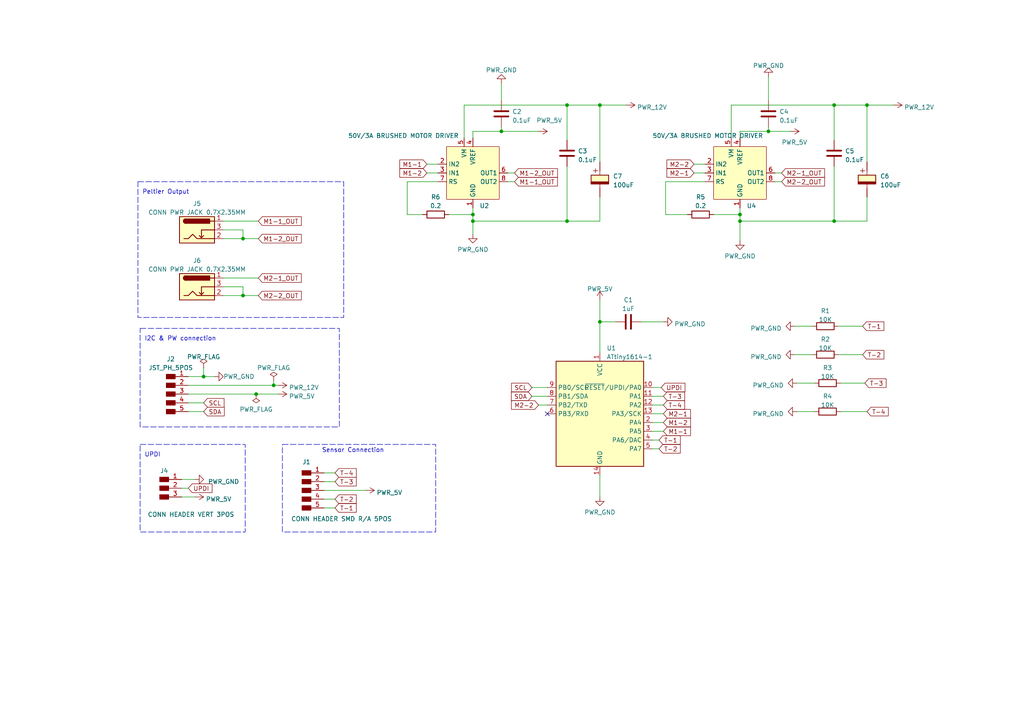
<source format=kicad_sch>
(kicad_sch (version 20230121) (generator eeschema)
  (paper "A4")
  (lib_symbols
    (symbol "Device:C" (pin_numbers hide) (pin_names (offset 0.254))
      (property "Reference" "C" (at 0.635 2.54 0))
      (property "Value" "C" (at 0.635 -2.54 0))
      (symbol "C_0_1"
        (polyline (pts (xy -2.032 -0.762) (xy 2.032 -0.762)) (stroke (width 0.508)))
        (polyline (pts (xy -2.032 0.762) (xy 2.032 0.762)) (stroke (width 0.508)))
      )
      (symbol "C_1_1"
        (pin passive line (at 0 3.81 270) (length 2.794) (name "~") (number "1"))
        (pin passive line (at 0 -3.81 90) (length 2.794) (name "~") (number "2"))
      )
    )
    (symbol "Device:R" (pin_numbers hide) (pin_names (offset 0))
      (property "Reference" "R" (at 2.032 0 90))
      (property "Value" "R" (at 0 0 90))
      (symbol "R_0_1"
        (rectangle (start -1.016 -2.54) (end 1.016 2.54) (stroke (width 0.254)))
      )
      (symbol "R_1_1"
        (pin passive line (at 0 3.81 270) (length 1.27) (name "~") (number "1"))
        (pin passive line (at 0 -3.81 90) (length 1.27) (name "~") (number "2"))
      )
    )
    (symbol "fab:CP_Elec_D6.3mm_H6.1mm" (pin_numbers hide)
      (property "Reference" "C" (at 1.27 2.54 0))
      (property "Value" "CP_Elec_D6.3mm_H6.1mm" (at 1.27 -2.54 0))
      (symbol "CP_Elec_D6.3mm_H6.1mm_0_1"
        (rectangle (start -2.54 -0.635) (end 2.54 -1.27) (fill (type outline)))
        (polyline (pts (xy -1.27 1.905) (xy -1.27 3.175)))
        (polyline (pts (xy -0.635 2.54) (xy -1.905 2.54)))
        (polyline (pts (xy 0 -1.27) (xy 0 -2.54)))
        (polyline (pts (xy 0 2.54) (xy 0 1.27)))
        (polyline (pts (xy -2.54 -1.27) (xy -2.54 1.27) (xy 2.54 1.27) (xy 2.54 -1.27) (xy -2.54 -1.27)) (stroke (width 0.254)) (fill (type background)))
      )
      (symbol "CP_Elec_D6.3mm_H6.1mm_1_1"
        (pin passive line (at 0 5.08 270) (length 2.54) (name "~") (number "1"))
        (pin passive line (at 0 -5.08 90) (length 2.54) (name "~") (number "2"))
      )
    )
    (symbol "fab:Conn_PWRJack_0.7x2.35mm_CUIDevices_PJ1-023-SMT-TR" (pin_names hide)
      (property "Reference" "J" (at 0 5.334 0))
      (property "Value" "Conn_PWRJack_0.7x2.35mm_CUIDevices_PJ1-023-SMT-TR" (at 0 -5.08 0))
      (symbol "Conn_PWRJack_0.7x2.35mm_CUIDevices_PJ1-023-SMT-TR_0_1"
        (rectangle (start -5.08 3.81) (end 5.08 -3.81) (stroke (width 0.254)) (fill (type background)))
        (arc (start -3.302 3.175) (mid -3.9343 2.54) (end -3.302 1.905) (stroke (width 0.254)))
        (arc (start -3.302 3.175) (mid -3.9343 2.54) (end -3.302 1.905) (stroke (width 0.254)) (fill (type outline)))
        (polyline (pts (xy 1.27 -2.286) (xy 1.905 -1.651)) (stroke (width 0.254)))
        (polyline (pts (xy 5.08 2.54) (xy 3.81 2.54)) (stroke (width 0.254)))
        (polyline (pts (xy 5.08 0) (xy 1.27 0) (xy 1.27 -2.286) (xy 0.635 -1.651)) (stroke (width 0.254)))
        (polyline (pts (xy -3.81 -2.54) (xy -2.54 -2.54) (xy -1.27 -1.27) (xy 0 -2.54) (xy 2.54 -2.54) (xy 5.08 -2.54)) (stroke (width 0.254)))
        (rectangle (start 3.683 3.175) (end -3.302 1.905) (stroke (width 0.254)) (fill (type outline)))
      )
      (symbol "Conn_PWRJack_0.7x2.35mm_CUIDevices_PJ1-023-SMT-TR_1_1"
        (pin passive line (at 7.62 2.54 180) (length 2.54) (name "~") (number "1"))
        (pin passive line (at 7.62 -2.54 180) (length 2.54) (name "~") (number "2"))
        (pin passive line (at 7.62 0 180) (length 2.54) (name "~") (number "3"))
      )
    )
    (symbol "fab:Conn_PinHeader_1x03_P2.54mm_Vertical_THT_D1.4mm" (pin_names hide)
      (property "Reference" "J" (at 0 5.08 0))
      (property "Value" "Conn_PinHeader_1x03_P2.54mm_Vertical_THT_D1.4mm" (at 0 -5.08 0))
      (symbol "Conn_PinHeader_1x03_P2.54mm_Vertical_THT_D1.4mm_1_1"
        (rectangle (start -1.27 -1.905) (end 1.27 -3.175) (stroke (width 0.254)) (fill (type outline)))
        (rectangle (start -1.27 0.635) (end 1.27 -0.635) (stroke (width 0.254)) (fill (type outline)))
        (rectangle (start -1.27 3.175) (end 1.27 1.905) (stroke (width 0.254)) (fill (type outline)))
        (pin passive line (at 5.08 2.54 180) (length 3.81) (name "Pin_1") (number "1"))
        (pin passive line (at 5.08 0 180) (length 3.81) (name "Pin_2") (number "2"))
        (pin passive line (at 5.08 -2.54 180) (length 3.81) (name "Pin_3") (number "3"))
      )
    )
    (symbol "fab:Conn_PinHeader_1x05_P2.54mm_Horizontal_SMD" (pin_names hide)
      (property "Reference" "J" (at 0 7.62 0))
      (property "Value" "Conn_PinHeader_1x05_P2.54mm_Horizontal_SMD" (at 0 -7.62 0))
      (symbol "Conn_PinHeader_1x05_P2.54mm_Horizontal_SMD_1_1"
        (rectangle (start -1.27 -4.445) (end 1.27 -5.715) (stroke (width 0.254)) (fill (type outline)))
        (rectangle (start -1.27 -1.905) (end 1.27 -3.175) (stroke (width 0.254)) (fill (type outline)))
        (rectangle (start -1.27 0.635) (end 1.27 -0.635) (stroke (width 0.254)) (fill (type outline)))
        (rectangle (start -1.27 3.175) (end 1.27 1.905) (stroke (width 0.254)) (fill (type outline)))
        (rectangle (start -1.27 5.715) (end 1.27 4.445) (stroke (width 0.254)) (fill (type outline)))
        (pin passive line (at 5.08 5.08 180) (length 3.81) (name "Pin_1") (number "1"))
        (pin passive line (at 5.08 2.54 180) (length 3.81) (name "Pin_2") (number "2"))
        (pin passive line (at 5.08 0 180) (length 3.81) (name "Pin_3") (number "3"))
        (pin passive line (at 5.08 -2.54 180) (length 3.81) (name "Pin_4") (number "4"))
        (pin passive line (at 5.08 -5.08 180) (length 3.81) (name "Pin_5") (number "5"))
      )
    )
    (symbol "fab:Microcontroller_ATtiny1614-SSFR"
      (property "Reference" "U" (at -12.7 17.78 0))
      (property "Value" "Microcontroller_ATtiny1614-SSFR" (at 7.62 17.78 0))
      (symbol "Microcontroller_ATtiny1614-SSFR_0_1"
        (rectangle (start -12.7 -15.24) (end 12.7 15.24) (stroke (width 0.254)) (fill (type background)))
      )
      (symbol "Microcontroller_ATtiny1614-SSFR_1_1"
        (pin power_in line (at 0 17.78 270) (length 2.54) (name "VCC") (number "1"))
        (pin bidirectional line (at 15.24 7.62 180) (length 2.54) (name "~{RESET}/UPDI/PA0") (number "10"))
        (pin bidirectional line (at 15.24 5.08 180) (length 2.54) (name "PA1") (number "11"))
        (pin bidirectional line (at 15.24 2.54 180) (length 2.54) (name "PA2") (number "12"))
        (pin bidirectional line (at 15.24 0 180) (length 2.54) (name "PA3/SCK") (number "13"))
        (pin power_in line (at 0 -17.78 90) (length 2.54) (name "GND") (number "14"))
        (pin bidirectional line (at 15.24 -2.54 180) (length 2.54) (name "PA4") (number "2"))
        (pin bidirectional line (at 15.24 -5.08 180) (length 2.54) (name "PA5") (number "3"))
        (pin bidirectional line (at 15.24 -7.62 180) (length 2.54) (name "PA6/DAC") (number "4"))
        (pin bidirectional line (at 15.24 -10.16 180) (length 2.54) (name "PA7") (number "5"))
        (pin bidirectional line (at -15.24 0 0) (length 2.54) (name "PB3/RXD") (number "6"))
        (pin bidirectional line (at -15.24 2.54 0) (length 2.54) (name "PB2/TXD") (number "7"))
        (pin bidirectional line (at -15.24 5.08 0) (length 2.54) (name "PB1/SDA") (number "8"))
        (pin bidirectional line (at -15.24 7.62 0) (length 2.54) (name "PB0/SCL") (number "9"))
      )
    )
    (symbol "fab:MotorDriver_BrushedDC_Toshiba_TB67H451FNG"
      (property "Reference" "U" (at -7.62 8.89 0))
      (property "Value" "MotorDriver_BrushedDC_Toshiba_TB67H451FNG" (at 1.27 8.89 0))
      (symbol "MotorDriver_BrushedDC_Toshiba_TB67H451FNG_1_1"
        (rectangle (start -7.62 7.62) (end 7.62 -7.62) (fill (type background)))
        (pin power_in line (at 0 -10.16 90) (length 2.54) (name "GND") (number "1"))
        (pin input line (at -10.16 2.54 0) (length 2.54) (name "IN2") (number "2"))
        (pin input line (at -10.16 0 0) (length 2.54) (name "IN1") (number "3"))
        (pin power_in line (at 0 10.16 270) (length 2.54) (name "VREF") (number "4"))
        (pin power_in line (at -2.54 10.16 270) (length 2.54) (name "VM") (number "5"))
        (pin output line (at 10.16 0 180) (length 2.54) (name "OUT1") (number "6"))
        (pin input line (at -10.16 -2.54 0) (length 2.54) (name "RS") (number "7"))
        (pin output line (at 10.16 -2.54 180) (length 2.54) (name "OUT2") (number "8"))
      )
    )
    (symbol "fab:PWR_12V" (power) (pin_names (offset 0))
      (property "Value" "PWR_12V" (at 0 3.556 0))
      (symbol "PWR_12V_0_1"
        (polyline (pts (xy -0.762 1.27) (xy 0 2.54)))
        (polyline (pts (xy 0 0) (xy 0 2.54)))
        (polyline (pts (xy 0 2.54) (xy 0.762 1.27)))
      )
      (symbol "PWR_12V_1_1"
        (pin power_in line (at 0 0 90) (length 0) hide (name "PWR_12V") (number "1"))
      )
    )
    (symbol "fab:PWR_5V" (power) (pin_names (offset 0))
      (property "Value" "PWR_5V" (at 0 3.556 0))
      (symbol "PWR_5V_0_1"
        (polyline (pts (xy -0.762 1.27) (xy 0 2.54)))
        (polyline (pts (xy 0 0) (xy 0 2.54)))
        (polyline (pts (xy 0 2.54) (xy 0.762 1.27)))
      )
      (symbol "PWR_5V_1_1"
        (pin power_in line (at 0 0 90) (length 0) hide (name "PWR_5V") (number "1"))
      )
    )
    (symbol "fab:PWR_FLAG" (power) (pin_numbers hide) (pin_names (offset 0) hide)
      (property "Value" "PWR_FLAG" (at 0 3.81 0))
      (symbol "PWR_FLAG_0_0"
        (pin power_out line (at 0 0 90) (length 0) (name "PWR_FLAG") (number "1"))
      )
      (symbol "PWR_FLAG_0_1"
        (polyline (pts (xy 0 0) (xy 0 1.27) (xy -1.016 1.905) (xy 0 2.54) (xy 1.016 1.905) (xy 0 1.27)))
      )
    )
    (symbol "fab:PWR_GND" (power) (pin_names (offset 0))
      (property "Value" "PWR_GND" (at 0 -3.81 0))
      (symbol "PWR_GND_0_1"
        (polyline (pts (xy 0 0) (xy 0 -1.27) (xy 1.27 -1.27) (xy 0 -2.54) (xy -1.27 -1.27) (xy 0 -1.27)))
      )
      (symbol "PWR_GND_1_1"
        (pin power_in line (at 0 0 270) (length 0) hide (name "PWR_GND") (number "1"))
      )
    )
  )
  (junction (at 70.485 69.215))
  (junction (at 145.415 38.1))
  (junction (at 241.935 64.135))
  (junction (at 251.46 30.48))
  (junction (at 59.055 109.22))
  (junction (at 164.465 64.135))
  (junction (at 79.375 111.76))
  (junction (at 173.99 30.48))
  (junction (at 137.16 64.135))
  (junction (at 214.63 62.23))
  (junction (at 241.935 30.48))
  (junction (at 222.885 38.1))
  (junction (at 214.63 64.135))
  (junction (at 70.485 85.725))
  (junction (at 74.295 114.3))
  (junction (at 164.465 30.48))
  (junction (at 137.16 62.23))
  (junction (at 173.99 93.345))
  (no_connect (at 158.75 120.015))
  (wire (pts (xy 243.84 119.38) (xy 251.46 119.38)))
  (wire (pts (xy 93.98 144.78) (xy 97.155 144.78)))
  (wire (pts (xy 241.935 30.48) (xy 241.935 40.64)))
  (wire (pts (xy 243.205 102.87) (xy 250.19 102.87)))
  (wire (pts (xy 212.09 30.48) (xy 241.935 30.48)))
  (wire (pts (xy 222.885 22.225) (xy 222.885 29.21)))
  (wire (pts (xy 70.485 85.725) (xy 74.93 85.725)))
  (wire (pts (xy 164.465 48.26) (xy 164.465 64.135)))
  (wire (pts (xy 214.63 38.1) (xy 222.885 38.1)))
  (wire (pts (xy 54.61 119.38) (xy 59.055 119.38)))
  (wire (pts (xy 123.825 47.625) (xy 127 47.625)))
  (wire (pts (xy 214.63 64.135) (xy 214.63 69.85)))
  (wire (pts (xy 118.11 62.23) (xy 118.11 52.705)))
  (wire (pts (xy 93.98 147.32) (xy 97.155 147.32)))
  (wire (pts (xy 189.23 122.555) (xy 192.405 122.555)))
  (wire (pts (xy 52.705 144.145) (xy 56.515 144.145)))
  (wire (pts (xy 147.32 52.705) (xy 149.225 52.705)))
  (wire (pts (xy 134.62 40.005) (xy 134.62 30.48)))
  (wire (pts (xy 193.04 52.705) (xy 204.47 52.705)))
  (wire (pts (xy 64.77 66.675) (xy 70.485 66.675)))
  (wire (pts (xy 173.99 93.345) (xy 178.435 93.345)))
  (wire (pts (xy 189.23 117.475) (xy 192.405 117.475)))
  (wire (pts (xy 231.14 119.38) (xy 236.22 119.38)))
  (wire (pts (xy 243.205 94.615) (xy 250.19 94.615)))
  (wire (pts (xy 189.23 125.095) (xy 192.405 125.095)))
  (wire (pts (xy 173.99 30.48) (xy 181.61 30.48)))
  (wire (pts (xy 158.75 117.475) (xy 156.21 117.475)))
  (wire (pts (xy 145.415 24.13) (xy 145.415 29.21)))
  (wire (pts (xy 134.62 30.48) (xy 164.465 30.48)))
  (wire (pts (xy 93.98 137.16) (xy 97.155 137.16)))
  (wire (pts (xy 64.77 64.135) (xy 74.93 64.135)))
  (wire (pts (xy 164.465 30.48) (xy 164.465 40.64)))
  (wire (pts (xy 189.23 112.395) (xy 191.77 112.395)))
  (wire (pts (xy 251.46 57.15) (xy 251.46 64.135)))
  (wire (pts (xy 59.055 106.68) (xy 59.055 109.22)))
  (wire (pts (xy 70.485 69.215) (xy 74.93 69.215)))
  (wire (pts (xy 147.32 50.165) (xy 149.225 50.165)))
  (wire (pts (xy 54.61 111.76) (xy 79.375 111.76)))
  (wire (pts (xy 214.63 40.005) (xy 214.63 38.1)))
  (wire (pts (xy 214.63 62.23) (xy 214.63 64.135)))
  (wire (pts (xy 222.885 38.1) (xy 229.235 38.1)))
  (wire (pts (xy 201.295 50.165) (xy 204.47 50.165)))
  (wire (pts (xy 52.705 141.605) (xy 54.61 141.605)))
  (wire (pts (xy 122.555 62.23) (xy 118.11 62.23)))
  (wire (pts (xy 173.99 93.345) (xy 173.99 102.235)))
  (wire (pts (xy 145.415 36.83) (xy 145.415 38.1)))
  (wire (pts (xy 201.295 47.625) (xy 204.47 47.625)))
  (wire (pts (xy 207.01 62.23) (xy 214.63 62.23)))
  (wire (pts (xy 59.055 109.22) (xy 62.23 109.22)))
  (wire (pts (xy 93.98 139.7) (xy 97.155 139.7)))
  (wire (pts (xy 54.61 116.84) (xy 59.055 116.84)))
  (wire (pts (xy 70.485 66.675) (xy 70.485 69.215)))
  (wire (pts (xy 79.375 110.49) (xy 79.375 111.76)))
  (wire (pts (xy 164.465 30.48) (xy 173.99 30.48)))
  (wire (pts (xy 193.04 62.23) (xy 193.04 52.705)))
  (wire (pts (xy 123.825 50.165) (xy 127 50.165)))
  (wire (pts (xy 137.16 64.135) (xy 137.16 67.945)))
  (wire (pts (xy 64.77 85.725) (xy 70.485 85.725)))
  (wire (pts (xy 137.16 40.005) (xy 137.16 38.1)))
  (wire (pts (xy 118.11 52.705) (xy 127 52.705)))
  (wire (pts (xy 241.935 48.26) (xy 241.935 64.135)))
  (wire (pts (xy 70.485 83.185) (xy 70.485 85.725)))
  (wire (pts (xy 241.935 30.48) (xy 251.46 30.48)))
  (wire (pts (xy 189.23 120.015) (xy 192.405 120.015)))
  (wire (pts (xy 241.935 64.135) (xy 251.46 64.135)))
  (wire (pts (xy 230.505 102.87) (xy 235.585 102.87)))
  (wire (pts (xy 224.79 52.705) (xy 226.695 52.705)))
  (wire (pts (xy 173.99 57.15) (xy 173.99 64.135)))
  (wire (pts (xy 54.61 114.3) (xy 74.295 114.3)))
  (wire (pts (xy 79.375 111.76) (xy 80.645 111.76)))
  (wire (pts (xy 64.77 69.215) (xy 70.485 69.215)))
  (wire (pts (xy 158.75 114.935) (xy 154.305 114.935)))
  (wire (pts (xy 224.79 50.165) (xy 226.695 50.165)))
  (wire (pts (xy 74.295 114.3) (xy 80.645 114.3)))
  (wire (pts (xy 137.16 62.23) (xy 137.16 64.135)))
  (wire (pts (xy 189.23 127.635) (xy 191.135 127.635)))
  (wire (pts (xy 158.75 112.395) (xy 154.305 112.395)))
  (wire (pts (xy 173.99 137.795) (xy 173.99 144.145)))
  (wire (pts (xy 137.16 60.325) (xy 137.16 62.23)))
  (wire (pts (xy 186.055 93.345) (xy 192.405 93.345)))
  (wire (pts (xy 189.23 114.935) (xy 192.405 114.935)))
  (wire (pts (xy 214.63 64.135) (xy 241.935 64.135)))
  (wire (pts (xy 173.99 86.995) (xy 173.99 93.345)))
  (wire (pts (xy 54.61 109.22) (xy 59.055 109.22)))
  (wire (pts (xy 93.98 142.24) (xy 106.045 142.24)))
  (wire (pts (xy 214.63 60.325) (xy 214.63 62.23)))
  (wire (pts (xy 173.99 30.48) (xy 173.99 46.99)))
  (wire (pts (xy 64.77 80.645) (xy 74.93 80.645)))
  (wire (pts (xy 243.84 111.125) (xy 250.825 111.125)))
  (wire (pts (xy 145.415 38.1) (xy 156.21 38.1)))
  (wire (pts (xy 199.39 62.23) (xy 193.04 62.23)))
  (wire (pts (xy 164.465 64.135) (xy 173.99 64.135)))
  (wire (pts (xy 251.46 30.48) (xy 259.08 30.48)))
  (wire (pts (xy 251.46 30.48) (xy 251.46 46.99)))
  (wire (pts (xy 231.14 111.125) (xy 236.22 111.125)))
  (wire (pts (xy 137.16 38.1) (xy 145.415 38.1)))
  (wire (pts (xy 52.705 139.065) (xy 56.515 139.065)))
  (wire (pts (xy 189.23 130.175) (xy 191.135 130.175)))
  (wire (pts (xy 130.175 62.23) (xy 137.16 62.23)))
  (wire (pts (xy 230.505 94.615) (xy 235.585 94.615)))
  (wire (pts (xy 137.16 64.135) (xy 164.465 64.135)))
  (wire (pts (xy 64.77 83.185) (xy 70.485 83.185)))
  (wire (pts (xy 212.09 40.005) (xy 212.09 30.48)))
  (wire (pts (xy 222.885 36.83) (xy 222.885 38.1)))
  (rectangle (start 40.005 52.705) (end 99.695 92.075) (stroke (width 0) (type dash)))
  (rectangle (start 40.64 128.905) (end 71.12 154.305) (stroke (width 0) (type dash)))
  (rectangle (start 40.64 95.25) (end 98.425 123.825) (stroke (width 0) (type dash)))
  (rectangle (start 81.915 128.905) (end 126.365 154.305) (stroke (width 0) (type dash)))
  (text "Peltier Output" (at 41.275 56.515 0) (effects (font (size 1.27 1.27)) (justify left bottom)))
  (text "Sensor Connection" (at 93.345 131.445 0) (effects (font (size 1.27 1.27)) (justify left bottom)))
  (text "I2C & PW connection" (at 41.91 99.06 0) (effects (font (size 1.27 1.27)) (justify left bottom)))
  (text "UPDI" (at 41.91 132.715 0) (effects (font (size 1.27 1.27)) (justify left bottom)))
  (global_label "T-3" (shape input) (at 250.825 111.125 0) (property "Intersheetrefs" "${INTERSHEET_REFS}" (effects hide)))
  (global_label "M1-2_OUT" (shape input) (at 74.93 69.215 0) (property "Intersheetrefs" "${INTERSHEET_REFS}" (effects hide)))
  (global_label "M2-2" (shape input) (at 156.21 117.475 180) (property "Intersheetrefs" "${INTERSHEET_REFS}" (effects hide)))
  (global_label "M2-2_OUT" (shape input) (at 74.93 85.725 0) (property "Intersheetrefs" "${INTERSHEET_REFS}" (effects hide)))
  (global_label "T-4" (shape input) (at 192.405 117.475 0) (property "Intersheetrefs" "${INTERSHEET_REFS}" (effects hide)))
  (global_label "M1-1_OUT" (shape input) (at 74.93 64.135 0) (property "Intersheetrefs" "${INTERSHEET_REFS}" (effects hide)))
  (global_label "T-3" (shape input) (at 192.405 114.935 0) (property "Intersheetrefs" "${INTERSHEET_REFS}" (effects hide)))
  (global_label "UPDI" (shape input) (at 191.77 112.395 0) (property "Intersheetrefs" "${INTERSHEET_REFS}" (effects hide)))
  (global_label "T-4" (shape input) (at 251.46 119.38 0) (property "Intersheetrefs" "${INTERSHEET_REFS}" (effects hide)))
  (global_label "T-2" (shape input) (at 97.155 144.78 0) (property "Intersheetrefs" "${INTERSHEET_REFS}" (effects hide)))
  (global_label "SDA" (shape input) (at 154.305 114.935 180) (property "Intersheetrefs" "${INTERSHEET_REFS}" (effects hide)))
  (global_label "M1-1" (shape input) (at 192.405 125.095 0) (property "Intersheetrefs" "${INTERSHEET_REFS}" (effects hide)))
  (global_label "M2-2" (shape input) (at 201.295 47.625 180) (property "Intersheetrefs" "${INTERSHEET_REFS}" (effects hide)))
  (global_label "M2-1_OUT" (shape input) (at 226.695 50.165 0) (property "Intersheetrefs" "${INTERSHEET_REFS}" (effects hide)))
  (global_label "T-1" (shape input) (at 97.155 147.32 0) (property "Intersheetrefs" "${INTERSHEET_REFS}" (effects hide)))
  (global_label "SDA" (shape input) (at 59.055 119.38 0) (property "Intersheetrefs" "${INTERSHEET_REFS}" (effects hide)))
  (global_label "T-2" (shape input) (at 191.135 130.175 0) (property "Intersheetrefs" "${INTERSHEET_REFS}" (effects hide)))
  (global_label "SCL" (shape input) (at 154.305 112.395 180) (property "Intersheetrefs" "${INTERSHEET_REFS}" (effects hide)))
  (global_label "M2-1" (shape input) (at 192.405 120.015 0) (property "Intersheetrefs" "${INTERSHEET_REFS}" (effects hide)))
  (global_label "SCL" (shape input) (at 59.055 116.84 0) (property "Intersheetrefs" "${INTERSHEET_REFS}" (effects hide)))
  (global_label "M2-1" (shape input) (at 201.295 50.165 180) (property "Intersheetrefs" "${INTERSHEET_REFS}" (effects hide)))
  (global_label "T-1" (shape input) (at 191.135 127.635 0) (property "Intersheetrefs" "${INTERSHEET_REFS}" (effects hide)))
  (global_label "M1-2" (shape input) (at 192.405 122.555 0) (property "Intersheetrefs" "${INTERSHEET_REFS}" (effects hide)))
  (global_label "M1-1" (shape input) (at 123.825 47.625 180) (property "Intersheetrefs" "${INTERSHEET_REFS}" (effects hide)))
  (global_label "M2-2_OUT" (shape input) (at 226.695 52.705 0) (property "Intersheetrefs" "${INTERSHEET_REFS}" (effects hide)))
  (global_label "T-2" (shape input) (at 250.19 102.87 0) (property "Intersheetrefs" "${INTERSHEET_REFS}" (effects hide)))
  (global_label "T-4" (shape input) (at 97.155 137.16 0) (property "Intersheetrefs" "${INTERSHEET_REFS}" (effects hide)))
  (global_label "M1-2_OUT" (shape input) (at 149.225 50.165 0) (property "Intersheetrefs" "${INTERSHEET_REFS}" (effects hide)))
  (global_label "T-1" (shape input) (at 250.19 94.615 0) (property "Intersheetrefs" "${INTERSHEET_REFS}" (effects hide)))
  (global_label "T-3" (shape input) (at 97.155 139.7 0) (property "Intersheetrefs" "${INTERSHEET_REFS}" (effects hide)))
  (global_label "M1-2" (shape input) (at 123.825 50.165 180) (property "Intersheetrefs" "${INTERSHEET_REFS}" (effects hide)))
  (global_label "M2-1_OUT" (shape input) (at 74.93 80.645 0) (property "Intersheetrefs" "${INTERSHEET_REFS}" (effects hide)))
  (global_label "M1-1_OUT" (shape input) (at 149.225 52.705 0) (property "Intersheetrefs" "${INTERSHEET_REFS}" (effects hide)))
  (global_label "UPDI" (shape input) (at 54.61 141.605 0) (property "Intersheetrefs" "${INTERSHEET_REFS}" (effects hide)))
  (symbol (lib_id "fab:Conn_PinHeader_1x05_P2.54mm_Horizontal_SMD") (at 88.9 142.24 0) (unit 1)
    (property "Reference" "J1" (at 88.9 133.985 0))
    (property "Value" "CONN HEADER SMD R/A 5POS" (at 99.06 150.495 0))
    (property "Footprint" "fab:PinHeader_1x05_P2.54mm_Horizontal_SMD" (effects hide))
    (property "Datasheet" "https://suddendocs.samtec.com/catalog_english/tsm.pdf" (effects hide))
    (property "Mpn" "TSM-105-02-T-SH-P-TR" (effects hide))
  )
  (symbol (lib_id "Device:R") (at 239.395 102.87 90) (unit 1)
    (property "Reference" "R2" (at 239.395 98.425 90))
    (property "Value" "10K" (at 239.395 100.965 90))
    (property "Footprint" "Resistor_SMD:R_0805_2012Metric_Pad1.20x1.40mm_HandSolder" (effects hide))
    (property "Datasheet" "https://www.koaspeer.com/pdfs/RK73H.pdf" (effects hide))
    (property "Mpn" "RK73H2ATTD1002F" (effects hide))
  )
  (symbol (lib_id "fab:PWR_GND") (at 192.405 93.345 90) (unit 1)
    (property "Reference" "#PWR05" (effects hide))
    (property "Value" "PWR_GND" (at 195.58 93.98 90) (effects (justify right)))
  )
  (symbol (lib_id "fab:PWR_FLAG") (at 59.055 106.68 0) (unit 1)
    (property "Reference" "#FLG01" (effects hide))
    (property "Value" "PWR_FLAG" (at 59.055 103.505 0))
  )
  (symbol (lib_id "fab:PWR_5V") (at 173.99 86.995 0) (unit 1)
    (property "Reference" "#PWR04" (effects hide))
    (property "Value" "PWR_5V" (at 173.99 83.82 0))
  )
  (symbol (lib_id "fab:PWR_FLAG") (at 74.295 114.3 180) (unit 1)
    (property "Reference" "#FLG02" (effects hide))
    (property "Value" "PWR_FLAG" (at 74.295 118.745 0))
  )
  (symbol (lib_id "fab:PWR_GND") (at 145.415 24.13 180) (unit 1)
    (property "Reference" "#PWR08" (effects hide))
    (property "Value" "PWR_GND" (at 145.415 20.32 0))
  )
  (symbol (lib_id "fab:Conn_PinHeader_1x05_P2.54mm_Horizontal_SMD") (at 49.53 114.3 0) (unit 1)
    (property "Reference" "J2" (at 49.53 104.14 0))
    (property "Value" "JST_PH_5POS" (at 49.53 106.68 0))
    (property "Footprint" "Connector_JST:JST_PH_S5B-PH-SM4-TB_1x05-1MP_P2.00mm_Horizontal" (effects hide))
    (property "Datasheet" "https://www.jst-mfg.com/product/pdf/eng/ePH.pdf" (effects hide))
    (property "LCSC Part #" "C265104" (effects hide))
    (property "Mpn" "S5B-PH-SM4-TB " (effects hide))
  )
  (symbol (lib_id "fab:PWR_5V") (at 80.645 114.3 270) (unit 1)
    (property "Reference" "#PWR06" (effects hide))
    (property "Value" "PWR_5V" (at 83.82 114.935 90) (effects (justify left)))
  )
  (symbol (lib_id "Device:R") (at 240.03 119.38 90) (unit 1)
    (property "Reference" "R4" (at 240.03 114.935 90))
    (property "Value" "10K" (at 240.03 117.475 90))
    (property "Footprint" "Resistor_SMD:R_0805_2012Metric_Pad1.20x1.40mm_HandSolder" (effects hide))
    (property "Datasheet" "https://www.koaspeer.com/pdfs/RK73H.pdf" (effects hide))
    (property "Mpn" "RK73H2ATTD1002F" (effects hide))
  )
  (symbol (lib_id "fab:PWR_GND") (at 231.14 111.125 270) (unit 1)
    (property "Reference" "#PWR011" (effects hide))
    (property "Value" "PWR_GND" (at 227.33 111.76 90) (effects (justify right)))
  )
  (symbol (lib_id "fab:MotorDriver_BrushedDC_Toshiba_TB67H451FNG") (at 214.63 50.165 0) (unit 1)
    (property "Reference" "U4" (at 216.5859 59.69 0) (effects (justify left)))
    (property "Value" "50V/3A BRUSHED MOTOR DRIVER" (at 189.23 39.37 0) (effects (justify left)))
    (property "Footprint" "fab:HSOP-8" (effects hide))
    (property "Datasheet" "https://toshiba.semicon-storage.com/info/TB67H451FNG_datasheet_en_20201126.pdf?did=68598&prodName=TB67H451FNG" (effects hide))
    (property "Mpn" "TB67H451FNGEL " (effects hide))
  )
  (symbol (lib_id "fab:PWR_GND") (at 173.99 144.145 0) (unit 1)
    (property "Reference" "#PWR03" (effects hide))
    (property "Value" "PWR_GND" (at 173.99 148.59 0))
  )
  (symbol (lib_id "fab:PWR_12V") (at 259.08 30.48 270) (unit 1)
    (property "Reference" "#PWR031" (effects hide))
    (property "Value" "PWR_12V" (at 262.255 31.115 90) (effects (justify left)))
  )
  (symbol (lib_id "fab:PWR_GND") (at 230.505 102.87 270) (unit 1)
    (property "Reference" "#PWR010" (effects hide))
    (property "Value" "PWR_GND" (at 226.695 103.505 90) (effects (justify right)))
  )
  (symbol (lib_id "fab:PWR_5V") (at 156.21 38.1 270) (unit 1)
    (property "Reference" "#PWR025" (effects hide))
    (property "Value" "PWR_5V" (at 155.575 34.925 90) (effects (justify left)))
  )
  (symbol (lib_id "fab:Conn_PWRJack_0.7x2.35mm_CUIDevices_PJ1-023-SMT-TR") (at 57.15 83.185 0) (unit 1)
    (property "Reference" "J6" (at 57.15 75.565 0))
    (property "Value" "CONN PWR JACK 0.7X2.35MM" (at 57.15 78.105 0))
    (property "Footprint" "fab:CUIDevices_PJ1-023-SMT-TR_PWRJack_0.7x2.35mm" (effects hide))
    (property "Datasheet" "https://www.cuidevices.com/product/resource/digikeypdf/pj1-023-smt-tr.pdf" (effects hide))
    (property "Mpn" "PJ1-023-SMT-TR " (effects hide))
  )
  (symbol (lib_id "fab:PWR_GND") (at 214.63 69.85 0) (unit 1)
    (property "Reference" "#PWR017" (effects hide))
    (property "Value" "PWR_GND" (at 214.63 74.295 0))
  )
  (symbol (lib_id "fab:PWR_GND") (at 230.505 94.615 270) (unit 1)
    (property "Reference" "#PWR016" (effects hide))
    (property "Value" "PWR_GND" (at 226.695 95.25 90) (effects (justify right)))
  )
  (symbol (lib_id "fab:PWR_FLAG") (at 79.375 110.49 0) (unit 1)
    (property "Reference" "#FLG03" (effects hide))
    (property "Value" "PWR_FLAG" (at 79.375 106.68 0))
  )
  (symbol (lib_id "fab:PWR_GND") (at 137.16 67.945 0) (unit 1)
    (property "Reference" "#PWR029" (effects hide))
    (property "Value" "PWR_GND" (at 137.16 72.39 0))
  )
  (symbol (lib_id "fab:MotorDriver_BrushedDC_Toshiba_TB67H451FNG") (at 137.16 50.165 0) (unit 1)
    (property "Reference" "U2" (at 139.1159 59.69 0) (effects (justify left)))
    (property "Value" "50V/3A BRUSHED MOTOR DRIVER" (at 100.965 39.37 0) (effects (justify left)))
    (property "Footprint" "fab:HSOP-8" (effects hide))
    (property "Datasheet" "https://toshiba.semicon-storage.com/info/TB67H451FNG_datasheet_en_20201126.pdf?did=68598&prodName=TB67H451FNG" (effects hide))
    (property "Mpn" "TB67H451FNGEL " (effects hide))
  )
  (symbol (lib_id "fab:Microcontroller_ATtiny1614-SSFR") (at 173.99 120.015 0) (unit 1)
    (property "Reference" "U1" (at 175.9459 100.965 0) (effects (justify left)))
    (property "Value" "ATtiny1614-1" (at 175.9459 103.505 0) (effects (justify left)))
    (property "Footprint" "fab:SOIC-14_3.9x8.7mm_P1.27mm" (effects hide))
    (property "Datasheet" "https://ww1.microchip.com/downloads/en/DeviceDoc/ATtiny1614-16-17-DataSheet-DS40002204A.pdf" (effects hide))
    (property "Mpn" "ATTINY1614-SSNR " (effects hide))
  )
  (symbol (lib_id "fab:PWR_GND") (at 62.23 109.22 90) (unit 1)
    (property "Reference" "#PWR02" (effects hide))
    (property "Value" "PWR_GND" (at 64.77 109.22 90) (effects (justify right)))
  )
  (symbol (lib_id "Device:C") (at 182.245 93.345 90) (unit 1)
    (property "Reference" "C1" (at 182.245 86.995 90))
    (property "Value" "1uF" (at 182.245 89.535 90))
    (property "Footprint" "Capacitor_SMD:C_0805_2012Metric_Pad1.18x1.45mm_HandSolder" (effects hide))
    (property "Datasheet" "https://connect.kemet.com:7667/gateway/IntelliData-ComponentDocumentation/1.0/download/datasheet/C0805C105J3REC7800" (effects hide))
    (property "Mpn" "C0805C105J3REC7800 " (effects hide))
  )
  (symbol (lib_id "fab:CP_Elec_D6.3mm_H6.1mm") (at 173.99 52.07 0) (unit 1)
    (property "Reference" "C7" (at 177.8 51.1175 0) (effects (justify left)))
    (property "Value" "100uF" (at 177.8 53.6575 0) (effects (justify left)))
    (property "Footprint" "fab:CP_Elec_D6.3mm_H6.1mm" (effects hide))
    (property "Datasheet" "https://www.rubycon.co.jp/wp-content/uploads/catalog-aluminum/TPV.pdf" (effects hide))
    (property "Mpn" "35TPV100M6.3X6.1" (effects hide))
  )
  (symbol (lib_id "fab:PWR_GND") (at 56.515 139.065 90) (unit 1)
    (property "Reference" "#PWR018" (effects hide))
    (property "Value" "PWR_GND" (at 60.325 139.7 90) (effects (justify right)))
  )
  (symbol (lib_id "Device:C") (at 241.935 44.45 0) (unit 1)
    (property "Reference" "C5" (at 245.11 43.815 0) (effects (justify left)))
    (property "Value" "0.1uF" (at 245.11 46.355 0) (effects (justify left)))
    (property "Footprint" "Capacitor_SMD:C_0805_2012Metric_Pad1.18x1.45mm_HandSolder" (effects hide))
    (property "Datasheet" "https://datasheets.kyocera-avx.com/KGM_X7R.pdf" (effects hide))
    (property "Mpn" "KGM21NR71H104JT" (effects hide))
  )
  (symbol (lib_id "fab:CP_Elec_D6.3mm_H6.1mm") (at 251.46 52.07 0) (unit 1)
    (property "Reference" "C6" (at 255.27 51.1175 0) (effects (justify left)))
    (property "Value" "100uF" (at 255.27 53.6575 0) (effects (justify left)))
    (property "Footprint" "fab:CP_Elec_D6.3mm_H6.1mm" (effects hide))
    (property "Datasheet" "https://www.rubycon.co.jp/wp-content/uploads/catalog-aluminum/TPV.pdf" (effects hide))
    (property "Mpn" "35TPV100M6.3X6.1" (effects hide))
  )
  (symbol (lib_id "fab:PWR_5V") (at 56.515 144.145 270) (unit 1)
    (property "Reference" "#PWR014" (effects hide))
    (property "Value" "PWR_5V" (at 59.69 144.78 90) (effects (justify left)))
  )
  (symbol (lib_id "fab:PWR_12V") (at 181.61 30.48 270) (unit 1)
    (property "Reference" "#PWR027" (effects hide))
    (property "Value" "PWR_12V" (at 184.785 31.115 90) (effects (justify left)))
  )
  (symbol (lib_id "Device:R") (at 240.03 111.125 90) (unit 1)
    (property "Reference" "R3" (at 240.03 106.68 90))
    (property "Value" "10K" (at 240.03 109.22 90))
    (property "Footprint" "Resistor_SMD:R_0805_2012Metric_Pad1.20x1.40mm_HandSolder" (effects hide))
    (property "Datasheet" "https://www.koaspeer.com/pdfs/RK73H.pdf" (effects hide))
    (property "Mpn" "RK73H2ATTD1002F" (effects hide))
  )
  (symbol (lib_id "fab:PWR_5V") (at 106.045 142.24 270) (unit 1)
    (property "Reference" "#PWR01" (effects hide))
    (property "Value" "PWR_5V" (at 109.22 142.875 90) (effects (justify left)))
  )
  (symbol (lib_id "fab:PWR_12V") (at 80.645 111.76 270) (unit 1)
    (property "Reference" "#PWR07" (effects hide))
    (property "Value" "PWR_12V" (at 83.82 112.395 90) (effects (justify left)))
  )
  (symbol (lib_id "Device:R") (at 126.365 62.23 90) (unit 1)
    (property "Reference" "R6" (at 126.365 57.15 90))
    (property "Value" "0.2" (at 126.365 59.69 90))
    (property "Footprint" "Resistor_SMD:R_0805_2012Metric_Pad1.20x1.40mm_HandSolder" (effects hide))
    (property "Datasheet" "https://mm.digikey.com/Volume0/opasdata/d220001/medias/docus/5732/TFT-DMS-423-1.pdf" (effects hide))
    (property "Mpn" "D1WEL0805CR200F-T5" (effects hide))
  )
  (symbol (lib_id "fab:PWR_GND") (at 231.14 119.38 270) (unit 1)
    (property "Reference" "#PWR012" (effects hide))
    (property "Value" "PWR_GND" (at 227.33 120.015 90) (effects (justify right)))
  )
  (symbol (lib_id "Device:C") (at 145.415 33.02 0) (unit 1)
    (property "Reference" "C2" (at 148.59 32.385 0) (effects (justify left)))
    (property "Value" "0.1uF" (at 148.59 34.925 0) (effects (justify left)))
    (property "Footprint" "Capacitor_SMD:C_0805_2012Metric_Pad1.18x1.45mm_HandSolder" (effects hide))
    (property "Datasheet" "https://datasheets.kyocera-avx.com/KGM_X7R.pdf" (effects hide))
    (property "Mpn" "KGM21NR71H104JT" (effects hide))
  )
  (symbol (lib_id "fab:Conn_PWRJack_0.7x2.35mm_CUIDevices_PJ1-023-SMT-TR") (at 57.15 66.675 0) (unit 1)
    (property "Reference" "J5" (at 57.15 59.055 0))
    (property "Value" "CONN PWR JACK 0.7X2.35MM" (at 57.15 61.595 0))
    (property "Footprint" "fab:CUIDevices_PJ1-023-SMT-TR_PWRJack_0.7x2.35mm" (effects hide))
    (property "Datasheet" "https://www.cuidevices.com/product/resource/digikeypdf/pj1-023-smt-tr.pdf" (effects hide))
    (property "Mpn" "PJ1-023-SMT-TR " (effects hide))
  )
  (symbol (lib_id "fab:PWR_GND") (at 222.885 22.225 180) (unit 1)
    (property "Reference" "#PWR09" (effects hide))
    (property "Value" "PWR_GND" (at 222.885 19.05 0))
  )
  (symbol (lib_id "Device:C") (at 222.885 33.02 0) (unit 1)
    (property "Reference" "C4" (at 226.06 32.385 0) (effects (justify left)))
    (property "Value" "0.1uF" (at 226.06 34.925 0) (effects (justify left)))
    (property "Footprint" "Capacitor_SMD:C_0805_2012Metric_Pad1.18x1.45mm_HandSolder" (effects hide))
    (property "Datasheet" "https://datasheets.kyocera-avx.com/KGM_X7R.pdf" (effects hide))
    (property "Mpn" "KGM21NR71H104JT" (effects hide))
  )
  (symbol (lib_id "fab:Conn_PinHeader_1x03_P2.54mm_Vertical_THT_D1.4mm") (at 47.625 141.605 0) (unit 1)
    (property "Reference" "J4" (at 47.625 136.525 0))
    (property "Value" "CONN HEADER VERT 3POS " (at 55.88 149.225 0))
    (property "Footprint" "fab:PinHeader_1x03_P2.54mm_Vertical_THT_D1.4mm" (effects hide))
    (property "Datasheet" "https://www.we-online.com/components/products/datasheet/6130xx11121.pdf" (effects hide))
    (property "Mpn" "61300311121" (effects hide))
  )
  (symbol (lib_id "fab:PWR_5V") (at 229.235 38.1 270) (unit 1)
    (property "Reference" "#PWR030" (effects hide))
    (property "Value" "PWR_5V" (at 226.695 41.275 90) (effects (justify left)))
  )
  (symbol (lib_id "Device:R") (at 239.395 94.615 90) (unit 1)
    (property "Reference" "R1" (at 239.395 90.17 90))
    (property "Value" "10K" (at 239.395 92.71 90))
    (property "Footprint" "Resistor_SMD:R_0805_2012Metric_Pad1.20x1.40mm_HandSolder" (effects hide))
    (property "Datasheet" "https://www.koaspeer.com/pdfs/RK73H.pdf" (effects hide))
    (property "Mpn" "RK73H2ATTD1002F" (effects hide))
  )
  (symbol (lib_id "Device:R") (at 203.2 62.23 90) (unit 1)
    (property "Reference" "R5" (at 203.2 57.15 90))
    (property "Value" "0.2" (at 203.2 59.69 90))
    (property "Footprint" "Resistor_SMD:R_0805_2012Metric_Pad1.20x1.40mm_HandSolder" (effects hide))
    (property "Datasheet" "https://mm.digikey.com/Volume0/opasdata/d220001/medias/docus/5732/TFT-DMS-423-1.pdf" (effects hide))
    (property "Mpn" "D1WEL0805CR200F-T5" (effects hide))
  )
  (symbol (lib_id "Device:C") (at 164.465 44.45 0) (unit 1)
    (property "Reference" "C3" (at 167.64 43.815 0) (effects (justify left)))
    (property "Value" "0.1uF" (at 167.64 46.355 0) (effects (justify left)))
    (property "Footprint" "Capacitor_SMD:C_0805_2012Metric_Pad1.18x1.45mm_HandSolder" (effects hide))
    (property "Datasheet" "https://datasheets.kyocera-avx.com/KGM_X7R.pdf" (effects hide))
    (property "Mpn" "KGM21NR71H104JT" (effects hide))
  )
)
</source>
